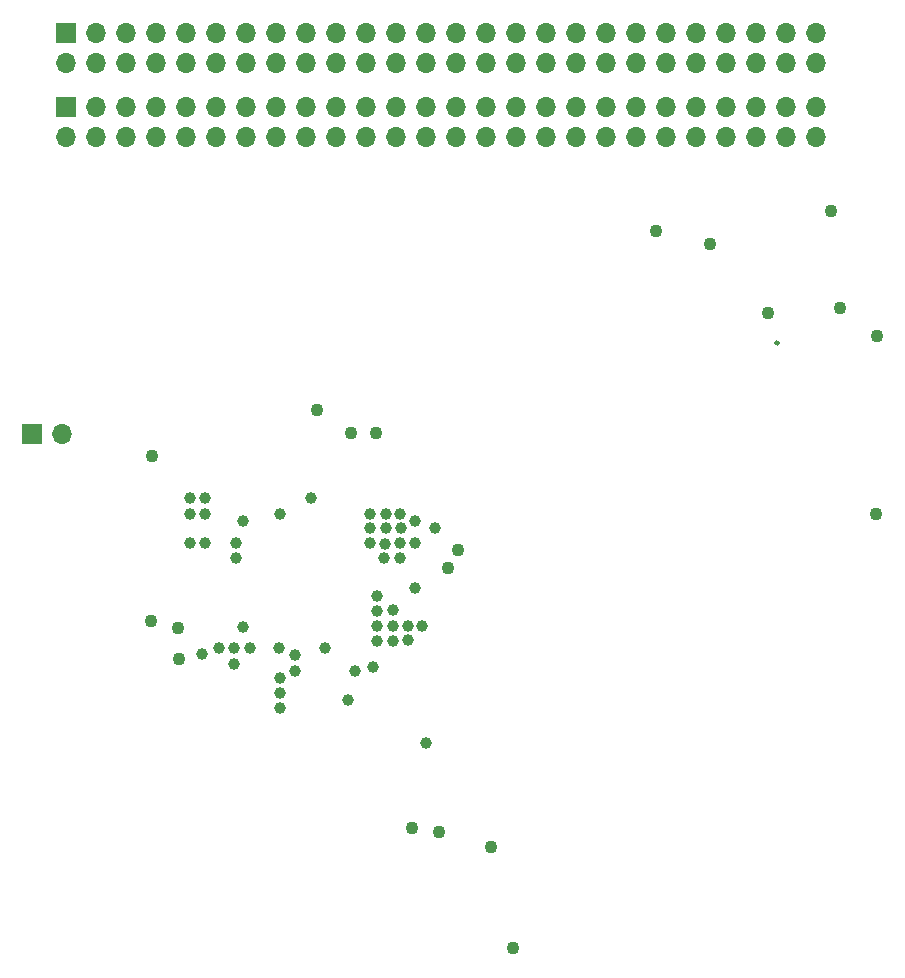
<source format=gbs>
G04 #@! TF.GenerationSoftware,KiCad,Pcbnew,7.0.10*
G04 #@! TF.CreationDate,2024-03-15T14:45:30-06:00*
G04 #@! TF.ProjectId,oresat-c3,6f726573-6174-42d6-9333-2e6b69636164,rev?*
G04 #@! TF.SameCoordinates,Original*
G04 #@! TF.FileFunction,Soldermask,Bot*
G04 #@! TF.FilePolarity,Negative*
%FSLAX46Y46*%
G04 Gerber Fmt 4.6, Leading zero omitted, Abs format (unit mm)*
G04 Created by KiCad (PCBNEW 7.0.10) date 2024-03-15 14:45:30*
%MOMM*%
%LPD*%
G01*
G04 APERTURE LIST*
%ADD10C,0.262132*%
%ADD11R,1.700000X1.700000*%
%ADD12O,1.700000X1.700000*%
%ADD13C,1.100000*%
%ADD14C,1.000000*%
G04 APERTURE END LIST*
D10*
X138581066Y-74550000D02*
G75*
G03*
X138318934Y-74550000I-131066J0D01*
G01*
X138318934Y-74550000D02*
G75*
G03*
X138581066Y-74550000I131066J0D01*
G01*
D11*
X75330000Y-82280000D03*
D12*
X77870000Y-82280000D03*
D11*
X78250000Y-48350000D03*
D12*
X78250000Y-50890000D03*
X80790000Y-48350000D03*
X80790000Y-50890000D03*
X83330000Y-48350000D03*
X83330000Y-50890000D03*
X85870000Y-48350000D03*
X85870000Y-50890000D03*
X88410000Y-48350000D03*
X88410000Y-50890000D03*
X90950000Y-48350000D03*
X90950000Y-50890000D03*
X93490000Y-48350000D03*
X93490000Y-50890000D03*
X96030000Y-48350000D03*
X96030000Y-50890000D03*
X98570000Y-48350000D03*
X98570000Y-50890000D03*
X101110000Y-48350000D03*
X101110000Y-50890000D03*
X103650000Y-48350000D03*
X103650000Y-50890000D03*
X106190000Y-48350000D03*
X106190000Y-50890000D03*
X108730000Y-48350000D03*
X108730000Y-50890000D03*
X111270000Y-48350000D03*
X111270000Y-50890000D03*
X113810000Y-48350000D03*
X113810000Y-50890000D03*
X116350000Y-48350000D03*
X116350000Y-50890000D03*
X118890000Y-48350000D03*
X118890000Y-50890000D03*
X121430000Y-48350000D03*
X121430000Y-50890000D03*
X123970000Y-48350000D03*
X123970000Y-50890000D03*
X126510000Y-48350000D03*
X126510000Y-50890000D03*
X129050000Y-48350000D03*
X129050000Y-50890000D03*
X131590000Y-48350000D03*
X131590000Y-50890000D03*
X134130000Y-48350000D03*
X134130000Y-50890000D03*
X136670000Y-48350000D03*
X136670000Y-50890000D03*
X139210000Y-48350000D03*
X139210000Y-50890000D03*
X141750000Y-48350000D03*
X141750000Y-50890000D03*
D11*
X78260000Y-54550000D03*
D12*
X78260000Y-57090000D03*
X80800000Y-54550000D03*
X80800000Y-57090000D03*
X83340000Y-54550000D03*
X83340000Y-57090000D03*
X85880000Y-54550000D03*
X85880000Y-57090000D03*
X88420000Y-54550000D03*
X88420000Y-57090000D03*
X90960000Y-54550000D03*
X90960000Y-57090000D03*
X93500000Y-54550000D03*
X93500000Y-57090000D03*
X96040000Y-54550000D03*
X96040000Y-57090000D03*
X98580000Y-54550000D03*
X98580000Y-57090000D03*
X101120000Y-54550000D03*
X101120000Y-57090000D03*
X103660000Y-54550000D03*
X103660000Y-57090000D03*
X106200000Y-54550000D03*
X106200000Y-57090000D03*
X108740000Y-54550000D03*
X108740000Y-57090000D03*
X111280000Y-54550000D03*
X111280000Y-57090000D03*
X113820000Y-54550000D03*
X113820000Y-57090000D03*
X116360000Y-54550000D03*
X116360000Y-57090000D03*
X118900000Y-54550000D03*
X118900000Y-57090000D03*
X121440000Y-54550000D03*
X121440000Y-57090000D03*
X123980000Y-54550000D03*
X123980000Y-57090000D03*
X126520000Y-54550000D03*
X126520000Y-57090000D03*
X129060000Y-54550000D03*
X129060000Y-57090000D03*
X131600000Y-54550000D03*
X131600000Y-57090000D03*
X134140000Y-54550000D03*
X134140000Y-57090000D03*
X136680000Y-54550000D03*
X136680000Y-57090000D03*
X139220000Y-54550000D03*
X139220000Y-57090000D03*
X141760000Y-54550000D03*
X141760000Y-57090000D03*
D13*
X85500000Y-84100000D03*
X116100000Y-125800000D03*
X132762500Y-66200000D03*
X114200000Y-117250000D03*
X110600000Y-93600000D03*
X87800000Y-101300000D03*
X143762500Y-71587500D03*
X107500000Y-115650000D03*
X87700000Y-98700000D03*
X142987500Y-63387500D03*
X109800000Y-116000000D03*
X128225000Y-65062500D03*
X111450000Y-92100000D03*
X146787500Y-89000000D03*
X146880000Y-74000000D03*
X137662500Y-71987500D03*
X85400000Y-98100000D03*
D14*
X88700000Y-87700000D03*
X97600000Y-101000000D03*
X107800000Y-91500000D03*
D13*
X102400000Y-82200000D03*
D14*
X107200000Y-98500000D03*
X96400000Y-89000000D03*
X90000000Y-91500000D03*
X93200000Y-98600000D03*
X109450000Y-90250000D03*
X106500000Y-89000000D03*
X102100000Y-104800000D03*
X104000000Y-89000000D03*
X88700000Y-91500000D03*
X97600000Y-102300000D03*
X96300000Y-100400000D03*
X93200000Y-89600000D03*
X106600000Y-90200000D03*
X105300000Y-89000000D03*
X92600000Y-92800000D03*
X91200000Y-100400000D03*
D13*
X99500000Y-80200000D03*
D14*
X105900000Y-97200000D03*
X102700000Y-102300000D03*
X106500000Y-91500000D03*
X108700000Y-108400000D03*
X99000000Y-87700000D03*
X92600000Y-91500000D03*
X96400000Y-104200000D03*
X105250000Y-91550000D03*
X89800000Y-100900000D03*
X107800000Y-95300000D03*
X104600000Y-98500000D03*
X105300000Y-90200000D03*
X90000000Y-89000000D03*
X93800000Y-100400000D03*
X104000000Y-91500000D03*
X107200000Y-99700000D03*
X107800000Y-89600000D03*
X96400000Y-102950000D03*
X104600000Y-97250000D03*
X106500000Y-92800000D03*
X105200000Y-92800000D03*
X88700000Y-89000000D03*
X104600000Y-99800000D03*
X105900000Y-98500000D03*
X100200000Y-100400000D03*
X92500000Y-101700000D03*
X105900000Y-99800000D03*
D13*
X104500000Y-82200000D03*
D14*
X104000000Y-90200000D03*
X90000000Y-87700000D03*
X104200000Y-102000000D03*
X92500000Y-100400000D03*
X96400000Y-105450000D03*
X108400000Y-98500000D03*
X104600000Y-96000000D03*
M02*

</source>
